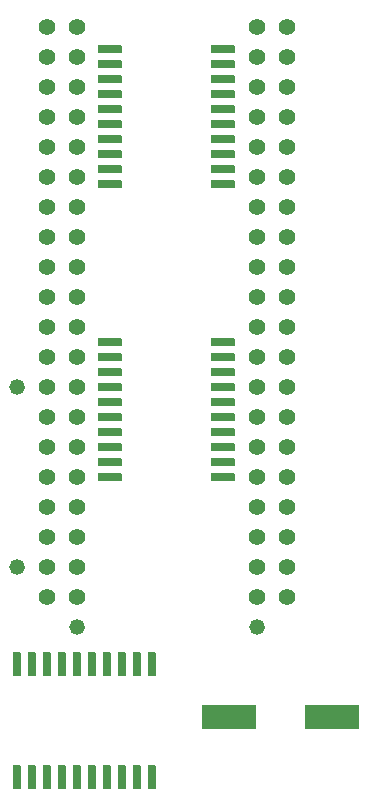
<source format=gts>
G04 #@! TF.GenerationSoftware,KiCad,Pcbnew,8.0.1*
G04 #@! TF.CreationDate,2024-03-30T15:42:24-03:00*
G04 #@! TF.ProjectId,Sombrero_MSX_Goa'uld,536f6d62-7265-4726-9f5f-4d53585f476f,rev?*
G04 #@! TF.SameCoordinates,Original*
G04 #@! TF.FileFunction,Soldermask,Top*
G04 #@! TF.FilePolarity,Negative*
%FSLAX46Y46*%
G04 Gerber Fmt 4.6, Leading zero omitted, Abs format (unit mm)*
G04 Created by KiCad (PCBNEW 8.0.1) date 2024-03-30 15:42:24*
%MOMM*%
%LPD*%
G01*
G04 APERTURE LIST*
G04 Aperture macros list*
%AMRoundRect*
0 Rectangle with rounded corners*
0 $1 Rounding radius*
0 $2 $3 $4 $5 $6 $7 $8 $9 X,Y pos of 4 corners*
0 Add a 4 corners polygon primitive as box body*
4,1,4,$2,$3,$4,$5,$6,$7,$8,$9,$2,$3,0*
0 Add four circle primitives for the rounded corners*
1,1,$1+$1,$2,$3*
1,1,$1+$1,$4,$5*
1,1,$1+$1,$6,$7*
1,1,$1+$1,$8,$9*
0 Add four rect primitives between the rounded corners*
20,1,$1+$1,$2,$3,$4,$5,0*
20,1,$1+$1,$4,$5,$6,$7,0*
20,1,$1+$1,$6,$7,$8,$9,0*
20,1,$1+$1,$8,$9,$2,$3,0*%
G04 Aperture macros list end*
%ADD10C,1.400000*%
%ADD11RoundRect,0.102000X0.901700X0.266700X-0.901700X0.266700X-0.901700X-0.266700X0.901700X-0.266700X0*%
%ADD12RoundRect,0.102000X-0.901700X-0.266700X0.901700X-0.266700X0.901700X0.266700X-0.901700X0.266700X0*%
%ADD13C,1.320800*%
%ADD14RoundRect,0.102000X0.266700X-0.901700X0.266700X0.901700X-0.266700X0.901700X-0.266700X-0.901700X0*%
%ADD15RoundRect,0.102000X-2.200000X-0.950000X2.200000X-0.950000X2.200000X0.950000X-2.200000X0.950000X0*%
G04 APERTURE END LIST*
D10*
X187960000Y-73660000D03*
X187960000Y-76200000D03*
X187960000Y-78740000D03*
X187960000Y-81280000D03*
X187960000Y-83820000D03*
X187960000Y-86360000D03*
X187960000Y-88900000D03*
X187960000Y-91440000D03*
X187960000Y-93980000D03*
X187960000Y-96520000D03*
X187960000Y-99060000D03*
X187960000Y-101600000D03*
X187960000Y-104140000D03*
X187960000Y-106680000D03*
X187960000Y-109220000D03*
X187960000Y-111760000D03*
X187960000Y-114300000D03*
X187960000Y-116840000D03*
X187960000Y-119380000D03*
X187960000Y-121920000D03*
X208280000Y-121920000D03*
X208280000Y-119380000D03*
X208280000Y-116840000D03*
X208280000Y-114300000D03*
X208280000Y-111760000D03*
X208280000Y-109220000D03*
X208280000Y-106680000D03*
X208280000Y-104140000D03*
X208280000Y-101600000D03*
X208280000Y-99060000D03*
X208280000Y-96520000D03*
X208280000Y-93980000D03*
X208280000Y-91440000D03*
X208280000Y-88900000D03*
X208280000Y-86360000D03*
X208280000Y-83820000D03*
X208280000Y-81280000D03*
X208280000Y-78740000D03*
X208280000Y-76200000D03*
X208280000Y-73660000D03*
D11*
X202895200Y-111760000D03*
X202895200Y-110490000D03*
X202895200Y-109220000D03*
X202895200Y-107950000D03*
X202895200Y-106680000D03*
X202895200Y-105410000D03*
X202895200Y-104140000D03*
X202895200Y-102870000D03*
X202895200Y-101600000D03*
X202895200Y-100330000D03*
X193344800Y-100330000D03*
X193344800Y-101600000D03*
X193344800Y-102870000D03*
X193344800Y-104140000D03*
X193344800Y-105410000D03*
X193344800Y-106680000D03*
X193344800Y-107950000D03*
X193344800Y-109220000D03*
X193344800Y-110490000D03*
X193344800Y-111760000D03*
D12*
X193344800Y-75565000D03*
X193344800Y-76835000D03*
X193344800Y-78105000D03*
X193344800Y-79375000D03*
X193344800Y-80645000D03*
X193344800Y-81915000D03*
X193344800Y-83185000D03*
X193344800Y-84455000D03*
X193344800Y-85725000D03*
X193344800Y-86995000D03*
X202895200Y-86995000D03*
X202895200Y-85725000D03*
X202895200Y-84455000D03*
X202895200Y-83185000D03*
X202895200Y-81915000D03*
X202895200Y-80645000D03*
X202895200Y-79375000D03*
X202895200Y-78105000D03*
X202895200Y-76835000D03*
X202895200Y-75565000D03*
D10*
X190500000Y-73660000D03*
X190500000Y-76200000D03*
X190500000Y-78740000D03*
X190500000Y-81280000D03*
X190500000Y-83820000D03*
X190500000Y-86360000D03*
X190500000Y-88900000D03*
X190500000Y-91440000D03*
X190500000Y-93980000D03*
X190500000Y-96520000D03*
X190500000Y-99060000D03*
X190500000Y-101600000D03*
X190500000Y-104140000D03*
X190500000Y-106680000D03*
X190500000Y-109220000D03*
X190500000Y-111760000D03*
X190500000Y-114300000D03*
X190500000Y-116840000D03*
X190500000Y-119380000D03*
X190500000Y-121920000D03*
X205740000Y-121920000D03*
X205740000Y-119380000D03*
X205740000Y-116840000D03*
X205740000Y-114300000D03*
X205740000Y-111760000D03*
X205740000Y-109220000D03*
X205740000Y-106680000D03*
X205740000Y-104140000D03*
X205740000Y-101600000D03*
X205740000Y-99060000D03*
X205740000Y-96520000D03*
X205740000Y-93980000D03*
X205740000Y-91440000D03*
X205740000Y-88900000D03*
X205740000Y-86360000D03*
X205740000Y-83820000D03*
X205740000Y-81280000D03*
X205740000Y-78740000D03*
X205740000Y-76200000D03*
X205740000Y-73660000D03*
D13*
X185420000Y-119380000D03*
X185420000Y-104140000D03*
X205740000Y-124460000D03*
X190500000Y-124460000D03*
D14*
X185420000Y-137160000D03*
X186690000Y-137160000D03*
X187960000Y-137160000D03*
X189230000Y-137160000D03*
X190500000Y-137160000D03*
X191770000Y-137160000D03*
X193040000Y-137160000D03*
X194310000Y-137160000D03*
X195580000Y-137160000D03*
X196850000Y-137160000D03*
X196850000Y-127609600D03*
X195580000Y-127609600D03*
X194310000Y-127609600D03*
X193040000Y-127609600D03*
X191770000Y-127609600D03*
X190500000Y-127609600D03*
X189230000Y-127609600D03*
X187960000Y-127609600D03*
X186690000Y-127609600D03*
X185420000Y-127609600D03*
D15*
X203390000Y-132080000D03*
X212090000Y-132080000D03*
M02*

</source>
